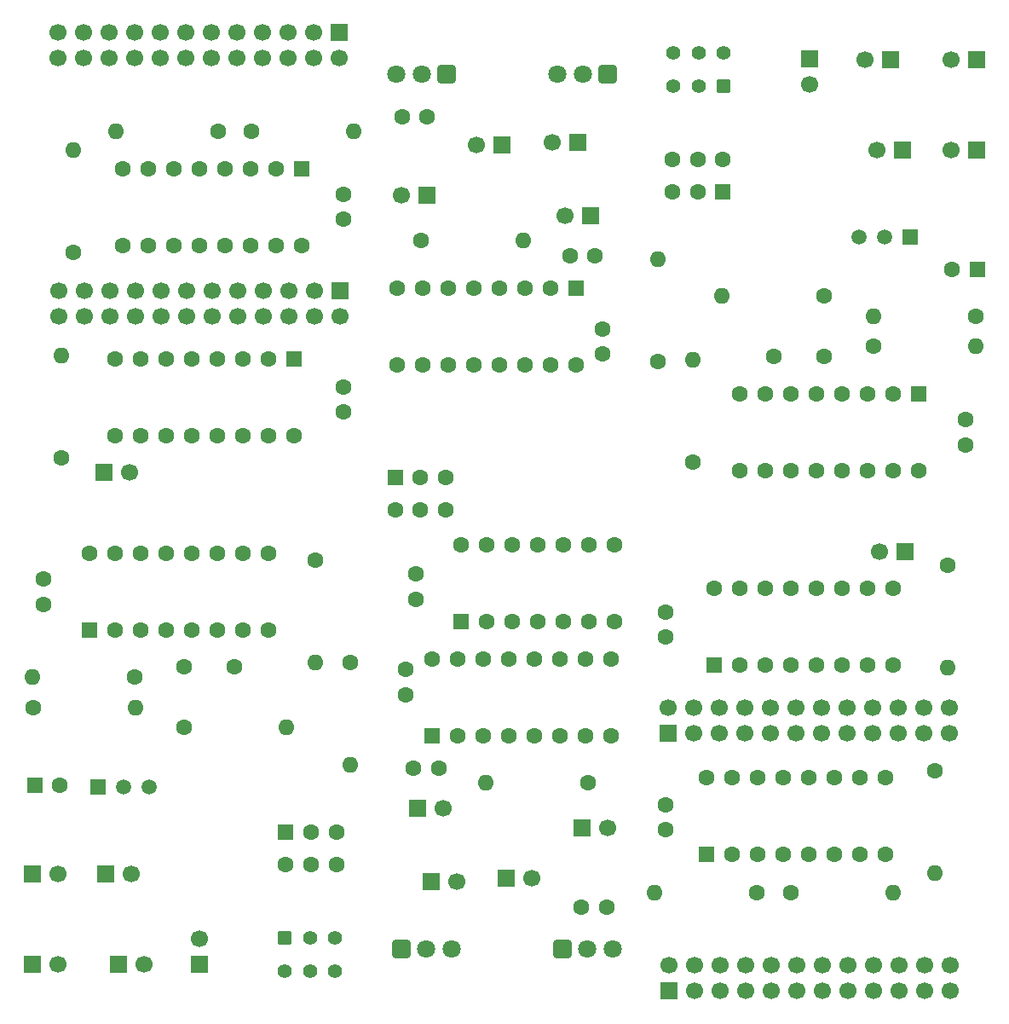
<source format=gbs>
G04 #@! TF.GenerationSoftware,KiCad,Pcbnew,9.0.1*
G04 #@! TF.CreationDate,2025-05-24T15:07:51+02:00*
G04 #@! TF.ProjectId,kleingorium,6b6c6569-6e67-46f7-9269-756d2e6b6963,rev?*
G04 #@! TF.SameCoordinates,Original*
G04 #@! TF.FileFunction,Soldermask,Bot*
G04 #@! TF.FilePolarity,Negative*
%FSLAX46Y46*%
G04 Gerber Fmt 4.6, Leading zero omitted, Abs format (unit mm)*
G04 Created by KiCad (PCBNEW 9.0.1) date 2025-05-24 15:07:51*
%MOMM*%
%LPD*%
G01*
G04 APERTURE LIST*
G04 Aperture macros list*
%AMRoundRect*
0 Rectangle with rounded corners*
0 $1 Rounding radius*
0 $2 $3 $4 $5 $6 $7 $8 $9 X,Y pos of 4 corners*
0 Add a 4 corners polygon primitive as box body*
4,1,4,$2,$3,$4,$5,$6,$7,$8,$9,$2,$3,0*
0 Add four circle primitives for the rounded corners*
1,1,$1+$1,$2,$3*
1,1,$1+$1,$4,$5*
1,1,$1+$1,$6,$7*
1,1,$1+$1,$8,$9*
0 Add four rect primitives between the rounded corners*
20,1,$1+$1,$2,$3,$4,$5,0*
20,1,$1+$1,$4,$5,$6,$7,0*
20,1,$1+$1,$6,$7,$8,$9,0*
20,1,$1+$1,$8,$9,$2,$3,0*%
G04 Aperture macros list end*
%ADD10R,1.700000X1.700000*%
%ADD11C,1.700000*%
%ADD12RoundRect,0.250000X-0.550000X0.550000X-0.550000X-0.550000X0.550000X-0.550000X0.550000X0.550000X0*%
%ADD13C,1.600000*%
%ADD14R,1.500000X1.500000*%
%ADD15C,1.500000*%
%ADD16O,1.600000X1.600000*%
%ADD17RoundRect,0.250000X0.550000X-0.550000X0.550000X0.550000X-0.550000X0.550000X-0.550000X-0.550000X0*%
%ADD18RoundRect,0.250000X-0.650000X0.650000X-0.650000X-0.650000X0.650000X-0.650000X0.650000X0.650000X0*%
%ADD19C,1.800000*%
%ADD20R,1.600000X1.600000*%
%ADD21RoundRect,0.250000X0.650000X-0.650000X0.650000X0.650000X-0.650000X0.650000X-0.650000X-0.650000X0*%
%ADD22RoundRect,0.250000X-0.450000X-0.450000X0.450000X-0.450000X0.450000X0.450000X-0.450000X0.450000X0*%
%ADD23C,1.400000*%
%ADD24RoundRect,0.250000X0.450000X0.450000X-0.450000X0.450000X-0.450000X-0.450000X0.450000X-0.450000X0*%
G04 APERTURE END LIST*
D10*
G04 #@! TO.C,J10*
X98430000Y-142000000D03*
D11*
X100970000Y-142000000D03*
G04 #@! TD*
D12*
G04 #@! TO.C,U12*
X115940000Y-81855000D03*
D13*
X113400000Y-81855000D03*
X110860000Y-81855000D03*
X108320000Y-81855000D03*
X105780000Y-81855000D03*
X103240000Y-81855000D03*
X100700000Y-81855000D03*
X98160000Y-81855000D03*
X98160000Y-89475000D03*
X100700000Y-89475000D03*
X103240000Y-89475000D03*
X105780000Y-89475000D03*
X108320000Y-89475000D03*
X110860000Y-89475000D03*
X113400000Y-89475000D03*
X115940000Y-89475000D03*
G04 #@! TD*
D14*
G04 #@! TO.C,Q2*
X177130000Y-69805000D03*
D15*
X174590000Y-69805000D03*
X172050000Y-69805000D03*
G04 #@! TD*
D13*
G04 #@! TO.C,R12*
X104965000Y-118500000D03*
D16*
X115125000Y-118500000D03*
G04 #@! TD*
D13*
G04 #@! TO.C,C20*
X120780000Y-68025000D03*
X120780000Y-65525000D03*
G04 #@! TD*
D17*
G04 #@! TO.C,U3*
X129650000Y-119305000D03*
D13*
X132190000Y-119305000D03*
X134730000Y-119305000D03*
X137270000Y-119305000D03*
X139810000Y-119305000D03*
X142350000Y-119305000D03*
X144890000Y-119305000D03*
X147430000Y-119305000D03*
X147430000Y-111685000D03*
X144890000Y-111685000D03*
X142350000Y-111685000D03*
X139810000Y-111685000D03*
X137270000Y-111685000D03*
X134730000Y-111685000D03*
X132190000Y-111685000D03*
X129650000Y-111685000D03*
G04 #@! TD*
G04 #@! TO.C,R1*
X145080000Y-124000000D03*
D16*
X134920000Y-124000000D03*
G04 #@! TD*
D13*
G04 #@! TO.C,R10*
X179610000Y-122810000D03*
D16*
X179610000Y-132970000D03*
G04 #@! TD*
D13*
G04 #@! TO.C,R8*
X161890000Y-134890000D03*
D16*
X151730000Y-134890000D03*
G04 #@! TD*
D13*
G04 #@! TO.C,R26*
X173510000Y-80665000D03*
D16*
X183670000Y-80665000D03*
G04 #@! TD*
D10*
G04 #@! TO.C,J2*
X153105000Y-119045000D03*
D11*
X153105000Y-116505000D03*
X155645000Y-119045000D03*
X155645000Y-116505000D03*
X158185000Y-119045000D03*
X158185000Y-116505000D03*
X160725000Y-119045000D03*
X160725000Y-116505000D03*
X163265000Y-119045000D03*
X163265000Y-116505000D03*
X165805000Y-119045000D03*
X165805000Y-116505000D03*
X168345000Y-119045000D03*
X168345000Y-116505000D03*
X170885000Y-119045000D03*
X170885000Y-116505000D03*
X173425000Y-119045000D03*
X173425000Y-116505000D03*
X175965000Y-119045000D03*
X175965000Y-116505000D03*
X178505000Y-119045000D03*
X178505000Y-116505000D03*
X181045000Y-119045000D03*
X181045000Y-116505000D03*
G04 #@! TD*
D13*
G04 #@! TO.C,C2*
X130290000Y-122500000D03*
X127790000Y-122500000D03*
G04 #@! TD*
G04 #@! TO.C,R7*
X180805000Y-102425000D03*
D16*
X180805000Y-112585000D03*
G04 #@! TD*
D13*
G04 #@! TO.C,C1*
X105000000Y-112500000D03*
X110000000Y-112500000D03*
G04 #@! TD*
D18*
G04 #@! TO.C,R6*
X142540000Y-140500000D03*
D19*
X145040000Y-140500000D03*
X147540000Y-140500000D03*
G04 #@! TD*
D20*
G04 #@! TO.C,SW3*
X125950000Y-93650000D03*
D13*
X128450000Y-93650000D03*
X130950000Y-93650000D03*
X125950000Y-96850000D03*
X128450000Y-96850000D03*
X130950000Y-96850000D03*
G04 #@! TD*
D10*
G04 #@! TO.C,J5*
X137000000Y-133500000D03*
D11*
X139540000Y-133500000D03*
G04 #@! TD*
D20*
G04 #@! TO.C,C10*
X90129900Y-124250000D03*
D13*
X92629900Y-124250000D03*
G04 #@! TD*
D17*
G04 #@! TO.C,U2*
X156920000Y-131115000D03*
D13*
X159460000Y-131115000D03*
X162000000Y-131115000D03*
X164540000Y-131115000D03*
X167080000Y-131115000D03*
X169620000Y-131115000D03*
X172160000Y-131115000D03*
X174700000Y-131115000D03*
X174700000Y-123495000D03*
X172160000Y-123495000D03*
X169620000Y-123495000D03*
X167080000Y-123495000D03*
X164540000Y-123495000D03*
X162000000Y-123495000D03*
X159460000Y-123495000D03*
X156920000Y-123495000D03*
G04 #@! TD*
D17*
G04 #@! TO.C,U1*
X95610000Y-108805000D03*
D13*
X98150000Y-108805000D03*
X100690000Y-108805000D03*
X103230000Y-108805000D03*
X105770000Y-108805000D03*
X108310000Y-108805000D03*
X110850000Y-108805000D03*
X113390000Y-108805000D03*
X113390000Y-101185000D03*
X110850000Y-101185000D03*
X108310000Y-101185000D03*
X105770000Y-101185000D03*
X103230000Y-101185000D03*
X100690000Y-101185000D03*
X98150000Y-101185000D03*
X95610000Y-101185000D03*
G04 #@! TD*
D10*
G04 #@! TO.C,J7*
X97225000Y-133000000D03*
D11*
X99765000Y-133000000D03*
G04 #@! TD*
D20*
G04 #@! TO.C,SW2*
X115092500Y-128900000D03*
D13*
X117592500Y-128900000D03*
X120092500Y-128900000D03*
X115092500Y-132100000D03*
X117592500Y-132100000D03*
X120092500Y-132100000D03*
G04 #@! TD*
D10*
G04 #@! TO.C,J9*
X128195000Y-126500000D03*
D11*
X130735000Y-126500000D03*
G04 #@! TD*
D13*
G04 #@! TO.C,C8*
X168590000Y-81665000D03*
X163590000Y-81665000D03*
G04 #@! TD*
G04 #@! TO.C,R14*
X183630000Y-77665000D03*
D16*
X173470000Y-77665000D03*
G04 #@! TD*
D10*
G04 #@! TO.C,J3*
X176580000Y-101005000D03*
D11*
X174040000Y-101005000D03*
G04 #@! TD*
D10*
G04 #@! TO.C,J15*
X145395000Y-67665000D03*
D11*
X142855000Y-67665000D03*
G04 #@! TD*
D21*
G04 #@! TO.C,R34*
X131070000Y-53640000D03*
D19*
X128570000Y-53640000D03*
X126070000Y-53640000D03*
G04 #@! TD*
D13*
G04 #@! TO.C,R2*
X100080000Y-113500000D03*
D16*
X89920000Y-113500000D03*
G04 #@! TD*
D13*
G04 #@! TO.C,C17*
X182590000Y-90415000D03*
X182590000Y-87915000D03*
G04 #@! TD*
D10*
G04 #@! TO.C,J22*
X120400000Y-49500000D03*
D11*
X120400000Y-52040000D03*
X117860000Y-49500000D03*
X117860000Y-52040000D03*
X115320000Y-49500000D03*
X115320000Y-52040000D03*
X112780000Y-49500000D03*
X112780000Y-52040000D03*
X110240000Y-49500000D03*
X110240000Y-52040000D03*
X107700000Y-49500000D03*
X107700000Y-52040000D03*
X105160000Y-49500000D03*
X105160000Y-52040000D03*
X102620000Y-49500000D03*
X102620000Y-52040000D03*
X100080000Y-49500000D03*
X100080000Y-52040000D03*
X97540000Y-49500000D03*
X97540000Y-52040000D03*
X95000000Y-49500000D03*
X95000000Y-52040000D03*
X92460000Y-49500000D03*
X92460000Y-52040000D03*
G04 #@! TD*
D10*
G04 #@! TO.C,J13*
X167110000Y-52100000D03*
D11*
X167110000Y-54640000D03*
G04 #@! TD*
D13*
G04 #@! TO.C,C19*
X146590000Y-81415000D03*
X146590000Y-78915000D03*
G04 #@! TD*
G04 #@! TO.C,R9*
X165230000Y-134890000D03*
D16*
X175390000Y-134890000D03*
G04 #@! TD*
D13*
G04 #@! TO.C,R32*
X152090000Y-82165000D03*
D16*
X152090000Y-72005000D03*
G04 #@! TD*
D10*
G04 #@! TO.C,J11*
X89930000Y-142000000D03*
D11*
X92470000Y-142000000D03*
G04 #@! TD*
D12*
G04 #@! TO.C,U14*
X116670000Y-63050000D03*
D13*
X114130000Y-63050000D03*
X111590000Y-63050000D03*
X109050000Y-63050000D03*
X106510000Y-63050000D03*
X103970000Y-63050000D03*
X101430000Y-63050000D03*
X98890000Y-63050000D03*
X98890000Y-70670000D03*
X101430000Y-70670000D03*
X103970000Y-70670000D03*
X106510000Y-70670000D03*
X109050000Y-70670000D03*
X111590000Y-70670000D03*
X114130000Y-70670000D03*
X116670000Y-70670000D03*
G04 #@! TD*
D20*
G04 #@! TO.C,SW5*
X158497500Y-65265000D03*
D13*
X155997500Y-65265000D03*
X153497500Y-65265000D03*
X158497500Y-62065000D03*
X155997500Y-62065000D03*
X153497500Y-62065000D03*
G04 #@! TD*
D10*
G04 #@! TO.C,J24*
X183680000Y-52140000D03*
D11*
X181140000Y-52140000D03*
G04 #@! TD*
D10*
G04 #@! TO.C,J14*
X183680000Y-61140000D03*
D11*
X181140000Y-61140000D03*
G04 #@! TD*
D13*
G04 #@! TO.C,C14*
X127000000Y-112750000D03*
X127000000Y-115250000D03*
G04 #@! TD*
G04 #@! TO.C,R30*
X155500000Y-92160000D03*
D16*
X155500000Y-82000000D03*
G04 #@! TD*
D13*
G04 #@! TO.C,C15*
X91000000Y-103750000D03*
X91000000Y-106250000D03*
G04 #@! TD*
G04 #@! TO.C,R28*
X108360000Y-59275000D03*
D16*
X98200000Y-59275000D03*
G04 #@! TD*
D10*
G04 #@! TO.C,J6*
X106500000Y-142040000D03*
D11*
X106500000Y-139500000D03*
G04 #@! TD*
D22*
G04 #@! TO.C,SW1*
X115000000Y-139357500D03*
D23*
X117500000Y-139357500D03*
X120000000Y-139357500D03*
X120000000Y-142657500D03*
X117500000Y-142657500D03*
X115000000Y-142657500D03*
G04 #@! TD*
D10*
G04 #@! TO.C,J21*
X120485000Y-75120000D03*
D11*
X120485000Y-77660000D03*
X117945000Y-75120000D03*
X117945000Y-77660000D03*
X115405000Y-75120000D03*
X115405000Y-77660000D03*
X112865000Y-75120000D03*
X112865000Y-77660000D03*
X110325000Y-75120000D03*
X110325000Y-77660000D03*
X107785000Y-75120000D03*
X107785000Y-77660000D03*
X105245000Y-75120000D03*
X105245000Y-77660000D03*
X102705000Y-75120000D03*
X102705000Y-77660000D03*
X100165000Y-75120000D03*
X100165000Y-77660000D03*
X97625000Y-75120000D03*
X97625000Y-77660000D03*
X95085000Y-75120000D03*
X95085000Y-77660000D03*
X92545000Y-75120000D03*
X92545000Y-77660000D03*
G04 #@! TD*
D18*
G04 #@! TO.C,R5*
X126540000Y-140500000D03*
D19*
X129040000Y-140500000D03*
X131540000Y-140500000D03*
G04 #@! TD*
D17*
G04 #@! TO.C,U4*
X157650000Y-112310000D03*
D13*
X160190000Y-112310000D03*
X162730000Y-112310000D03*
X165270000Y-112310000D03*
X167810000Y-112310000D03*
X170350000Y-112310000D03*
X172890000Y-112310000D03*
X175430000Y-112310000D03*
X175430000Y-104690000D03*
X172890000Y-104690000D03*
X170350000Y-104690000D03*
X167810000Y-104690000D03*
X165270000Y-104690000D03*
X162730000Y-104690000D03*
X160190000Y-104690000D03*
X157650000Y-104690000D03*
G04 #@! TD*
G04 #@! TO.C,C7*
X143300000Y-71665000D03*
X145800000Y-71665000D03*
G04 #@! TD*
G04 #@! TO.C,R11*
X89960000Y-116500000D03*
D16*
X100120000Y-116500000D03*
G04 #@! TD*
D10*
G04 #@! TO.C,J12*
X144500000Y-128500000D03*
D11*
X147040000Y-128500000D03*
G04 #@! TD*
D13*
G04 #@! TO.C,R27*
X92785000Y-91740000D03*
D16*
X92785000Y-81580000D03*
G04 #@! TD*
D21*
G04 #@! TO.C,R33*
X147070000Y-53640000D03*
D19*
X144570000Y-53640000D03*
X142070000Y-53640000D03*
G04 #@! TD*
D14*
G04 #@! TO.C,Q1*
X96460000Y-124360000D03*
D15*
X99000000Y-124360000D03*
X101540000Y-124360000D03*
G04 #@! TD*
D10*
G04 #@! TO.C,J4*
X129500000Y-133805000D03*
D11*
X132040000Y-133805000D03*
G04 #@! TD*
D12*
G04 #@! TO.C,U15*
X177980000Y-85360000D03*
D13*
X175440000Y-85360000D03*
X172900000Y-85360000D03*
X170360000Y-85360000D03*
X167820000Y-85360000D03*
X165280000Y-85360000D03*
X162740000Y-85360000D03*
X160200000Y-85360000D03*
X160200000Y-92980000D03*
X162740000Y-92980000D03*
X165280000Y-92980000D03*
X167820000Y-92980000D03*
X170360000Y-92980000D03*
X172900000Y-92980000D03*
X175440000Y-92980000D03*
X177980000Y-92980000D03*
G04 #@! TD*
G04 #@! TO.C,R3*
X121500000Y-112000000D03*
D16*
X121500000Y-122160000D03*
G04 #@! TD*
D13*
G04 #@! TO.C,R31*
X111700000Y-59275000D03*
D16*
X121860000Y-59275000D03*
G04 #@! TD*
D13*
G04 #@! TO.C,R29*
X128510000Y-70165000D03*
D16*
X138670000Y-70165000D03*
G04 #@! TD*
D10*
G04 #@! TO.C,J16*
X136590000Y-60665000D03*
D11*
X134050000Y-60665000D03*
G04 #@! TD*
D13*
G04 #@! TO.C,C9*
X129145000Y-57860000D03*
X126645000Y-57860000D03*
G04 #@! TD*
G04 #@! TO.C,C16*
X120785000Y-87160000D03*
X120785000Y-84660000D03*
G04 #@! TD*
D20*
G04 #@! TO.C,C18*
X183805113Y-73000000D03*
D13*
X181305113Y-73000000D03*
G04 #@! TD*
G04 #@! TO.C,R25*
X93980000Y-71355000D03*
D16*
X93980000Y-61195000D03*
G04 #@! TD*
D10*
G04 #@! TO.C,J19*
X144090000Y-60360000D03*
D11*
X141550000Y-60360000D03*
G04 #@! TD*
D13*
G04 #@! TO.C,C3*
X144445000Y-136305000D03*
X146945000Y-136305000D03*
G04 #@! TD*
G04 #@! TO.C,C12*
X152805000Y-107005000D03*
X152805000Y-109505000D03*
G04 #@! TD*
D24*
G04 #@! TO.C,SW4*
X158590000Y-54807500D03*
D23*
X156090000Y-54807500D03*
X153590000Y-54807500D03*
X153590000Y-51507500D03*
X156090000Y-51507500D03*
X158590000Y-51507500D03*
G04 #@! TD*
D17*
G04 #@! TO.C,U5*
X132500000Y-108000000D03*
D13*
X135040000Y-108000000D03*
X137580000Y-108000000D03*
X140120000Y-108000000D03*
X142660000Y-108000000D03*
X145200000Y-108000000D03*
X147740000Y-108000000D03*
X147740000Y-100380000D03*
X145200000Y-100380000D03*
X142660000Y-100380000D03*
X140120000Y-100380000D03*
X137580000Y-100380000D03*
X135040000Y-100380000D03*
X132500000Y-100380000D03*
G04 #@! TD*
G04 #@! TO.C,C11*
X128000000Y-103250000D03*
X128000000Y-105750000D03*
G04 #@! TD*
D10*
G04 #@! TO.C,J17*
X176385000Y-61140000D03*
D11*
X173845000Y-61140000D03*
G04 #@! TD*
D10*
G04 #@! TO.C,J20*
X97010000Y-93160000D03*
D11*
X99550000Y-93160000D03*
G04 #@! TD*
D13*
G04 #@! TO.C,R13*
X168580000Y-75665000D03*
D16*
X158420000Y-75665000D03*
G04 #@! TD*
D10*
G04 #@! TO.C,J18*
X129090000Y-65665000D03*
D11*
X126550000Y-65665000D03*
G04 #@! TD*
D10*
G04 #@! TO.C,J8*
X89930000Y-133000000D03*
D11*
X92470000Y-133000000D03*
G04 #@! TD*
D10*
G04 #@! TO.C,J23*
X175180000Y-52140000D03*
D11*
X172640000Y-52140000D03*
G04 #@! TD*
D12*
G04 #@! TO.C,U13*
X143940000Y-74860000D03*
D13*
X141400000Y-74860000D03*
X138860000Y-74860000D03*
X136320000Y-74860000D03*
X133780000Y-74860000D03*
X131240000Y-74860000D03*
X128700000Y-74860000D03*
X126160000Y-74860000D03*
X126160000Y-82480000D03*
X128700000Y-82480000D03*
X131240000Y-82480000D03*
X133780000Y-82480000D03*
X136320000Y-82480000D03*
X138860000Y-82480000D03*
X141400000Y-82480000D03*
X143940000Y-82480000D03*
G04 #@! TD*
G04 #@! TO.C,C13*
X152810000Y-126140000D03*
X152810000Y-128640000D03*
G04 #@! TD*
G04 #@! TO.C,R4*
X118000000Y-101920000D03*
D16*
X118000000Y-112080000D03*
G04 #@! TD*
D10*
G04 #@! TO.C,J1*
X153190000Y-144665000D03*
D11*
X153190000Y-142125000D03*
X155730000Y-144665000D03*
X155730000Y-142125000D03*
X158270000Y-144665000D03*
X158270000Y-142125000D03*
X160810000Y-144665000D03*
X160810000Y-142125000D03*
X163350000Y-144665000D03*
X163350000Y-142125000D03*
X165890000Y-144665000D03*
X165890000Y-142125000D03*
X168430000Y-144665000D03*
X168430000Y-142125000D03*
X170970000Y-144665000D03*
X170970000Y-142125000D03*
X173510000Y-144665000D03*
X173510000Y-142125000D03*
X176050000Y-144665000D03*
X176050000Y-142125000D03*
X178590000Y-144665000D03*
X178590000Y-142125000D03*
X181130000Y-144665000D03*
X181130000Y-142125000D03*
G04 #@! TD*
M02*

</source>
